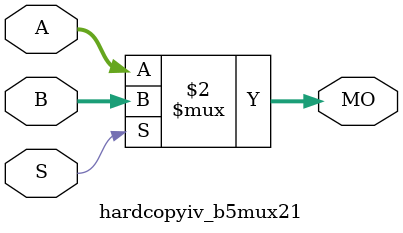
<source format=v>
module hardcopyiv_b5mux21 (MO, A, B, S);
   input [4:0] A, B;
   input       S;
   output [4:0] MO; 
   assign MO = (S == 1) ? B : A; 
endmodule
</source>
